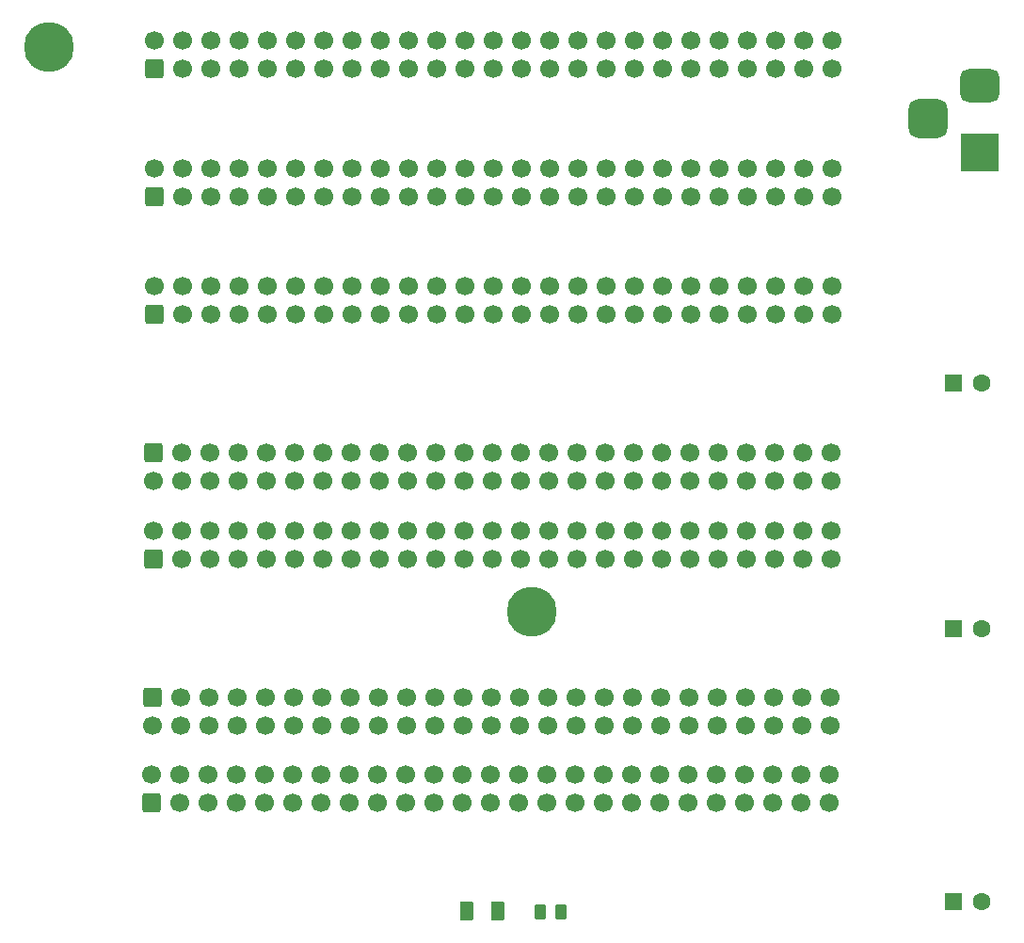
<source format=gbr>
%TF.GenerationSoftware,KiCad,Pcbnew,(6.0.7)*%
%TF.CreationDate,2022-12-21T02:17:17+00:00*%
%TF.ProjectId,CPC464-2MINIDOCK,43504334-3634-42d3-924d-494e49444f43,rev?*%
%TF.SameCoordinates,Original*%
%TF.FileFunction,Soldermask,Top*%
%TF.FilePolarity,Negative*%
%FSLAX46Y46*%
G04 Gerber Fmt 4.6, Leading zero omitted, Abs format (unit mm)*
G04 Created by KiCad (PCBNEW (6.0.7)) date 2022-12-21 02:17:17*
%MOMM*%
%LPD*%
G01*
G04 APERTURE LIST*
G04 Aperture macros list*
%AMRoundRect*
0 Rectangle with rounded corners*
0 $1 Rounding radius*
0 $2 $3 $4 $5 $6 $7 $8 $9 X,Y pos of 4 corners*
0 Add a 4 corners polygon primitive as box body*
4,1,4,$2,$3,$4,$5,$6,$7,$8,$9,$2,$3,0*
0 Add four circle primitives for the rounded corners*
1,1,$1+$1,$2,$3*
1,1,$1+$1,$4,$5*
1,1,$1+$1,$6,$7*
1,1,$1+$1,$8,$9*
0 Add four rect primitives between the rounded corners*
20,1,$1+$1,$2,$3,$4,$5,0*
20,1,$1+$1,$4,$5,$6,$7,0*
20,1,$1+$1,$6,$7,$8,$9,0*
20,1,$1+$1,$8,$9,$2,$3,0*%
G04 Aperture macros list end*
%ADD10R,3.500000X3.500000*%
%ADD11RoundRect,0.750000X-1.000000X0.750000X-1.000000X-0.750000X1.000000X-0.750000X1.000000X0.750000X0*%
%ADD12RoundRect,0.875000X-0.875000X0.875000X-0.875000X-0.875000X0.875000X-0.875000X0.875000X0.875000X0*%
%ADD13R,1.600000X1.600000*%
%ADD14C,1.600000*%
%ADD15RoundRect,0.250000X0.600000X-0.600000X0.600000X0.600000X-0.600000X0.600000X-0.600000X-0.600000X0*%
%ADD16C,1.700000*%
%ADD17RoundRect,0.250000X-0.262500X-0.450000X0.262500X-0.450000X0.262500X0.450000X-0.262500X0.450000X0*%
%ADD18RoundRect,0.250000X-0.375000X-0.625000X0.375000X-0.625000X0.375000X0.625000X-0.375000X0.625000X0*%
%ADD19C,4.500000*%
G04 APERTURE END LIST*
D10*
%TO.C,J1*%
X121988500Y-35438600D03*
D11*
X121988500Y-29438600D03*
D12*
X117288500Y-32438600D03*
%TD*%
D13*
%TO.C,C692*%
X119594600Y-102819200D03*
D14*
X122094600Y-102819200D03*
%TD*%
D13*
%TO.C,C691*%
X119594600Y-78333600D03*
D14*
X122094600Y-78333600D03*
%TD*%
D13*
%TO.C,C690*%
X119594600Y-56184800D03*
D14*
X122094600Y-56184800D03*
%TD*%
D15*
%TO.C,CE696*%
X47498000Y-94000000D03*
D16*
X47498000Y-91460000D03*
X50038000Y-94000000D03*
X50038000Y-91460000D03*
X52578000Y-94000000D03*
X52578000Y-91460000D03*
X55118000Y-94000000D03*
X55118000Y-91460000D03*
X57658000Y-94000000D03*
X57658000Y-91460000D03*
X60198000Y-94000000D03*
X60198000Y-91460000D03*
X62738000Y-94000000D03*
X62738000Y-91460000D03*
X65278000Y-94000000D03*
X65278000Y-91460000D03*
X67818000Y-94000000D03*
X67818000Y-91460000D03*
X70358000Y-94000000D03*
X70358000Y-91460000D03*
X72898000Y-94000000D03*
X72898000Y-91460000D03*
X75438000Y-94000000D03*
X75438000Y-91460000D03*
X77978000Y-94000000D03*
X77978000Y-91460000D03*
X80518000Y-94000000D03*
X80518000Y-91460000D03*
X83058000Y-94000000D03*
X83058000Y-91460000D03*
X85598000Y-94000000D03*
X85598000Y-91460000D03*
X88138000Y-94000000D03*
X88138000Y-91460000D03*
X90678000Y-94000000D03*
X90678000Y-91460000D03*
X93218000Y-94000000D03*
X93218000Y-91460000D03*
X95758000Y-94000000D03*
X95758000Y-91460000D03*
X98298000Y-94000000D03*
X98298000Y-91460000D03*
X100838000Y-94000000D03*
X100838000Y-91460000D03*
X103378000Y-94000000D03*
X103378000Y-91460000D03*
X105918000Y-94000000D03*
X105918000Y-91460000D03*
X108458000Y-94000000D03*
X108458000Y-91460000D03*
%TD*%
D15*
%TO.C,CE695*%
X47523400Y-84460000D03*
D16*
X47523400Y-87000000D03*
X50063400Y-84460000D03*
X50063400Y-87000000D03*
X52603400Y-84460000D03*
X52603400Y-87000000D03*
X55143400Y-84460000D03*
X55143400Y-87000000D03*
X57683400Y-84460000D03*
X57683400Y-87000000D03*
X60223400Y-84460000D03*
X60223400Y-87000000D03*
X62763400Y-84460000D03*
X62763400Y-87000000D03*
X65303400Y-84460000D03*
X65303400Y-87000000D03*
X67843400Y-84460000D03*
X67843400Y-87000000D03*
X70383400Y-84460000D03*
X70383400Y-87000000D03*
X72923400Y-84460000D03*
X72923400Y-87000000D03*
X75463400Y-84460000D03*
X75463400Y-87000000D03*
X78003400Y-84460000D03*
X78003400Y-87000000D03*
X80543400Y-84460000D03*
X80543400Y-87000000D03*
X83083400Y-84460000D03*
X83083400Y-87000000D03*
X85623400Y-84460000D03*
X85623400Y-87000000D03*
X88163400Y-84460000D03*
X88163400Y-87000000D03*
X90703400Y-84460000D03*
X90703400Y-87000000D03*
X93243400Y-84460000D03*
X93243400Y-87000000D03*
X95783400Y-84460000D03*
X95783400Y-87000000D03*
X98323400Y-84460000D03*
X98323400Y-87000000D03*
X100863400Y-84460000D03*
X100863400Y-87000000D03*
X103403400Y-84460000D03*
X103403400Y-87000000D03*
X105943400Y-84460000D03*
X105943400Y-87000000D03*
X108483400Y-84460000D03*
X108483400Y-87000000D03*
%TD*%
%TO.C,CE694*%
X108585000Y-69460000D03*
X108585000Y-72000000D03*
X106045000Y-69460000D03*
X106045000Y-72000000D03*
X103505000Y-69460000D03*
X103505000Y-72000000D03*
X100965000Y-69460000D03*
X100965000Y-72000000D03*
X98425000Y-69460000D03*
X98425000Y-72000000D03*
X95885000Y-69460000D03*
X95885000Y-72000000D03*
X93345000Y-69460000D03*
X93345000Y-72000000D03*
X90805000Y-69460000D03*
X90805000Y-72000000D03*
X88265000Y-69460000D03*
X88265000Y-72000000D03*
X85725000Y-69460000D03*
X85725000Y-72000000D03*
X83185000Y-69460000D03*
X83185000Y-72000000D03*
X80645000Y-69460000D03*
X80645000Y-72000000D03*
X78105000Y-69460000D03*
X78105000Y-72000000D03*
X75565000Y-69460000D03*
X75565000Y-72000000D03*
X73025000Y-69460000D03*
X73025000Y-72000000D03*
X70485000Y-69460000D03*
X70485000Y-72000000D03*
X67945000Y-69460000D03*
X67945000Y-72000000D03*
X65405000Y-69460000D03*
X65405000Y-72000000D03*
X62865000Y-69460000D03*
X62865000Y-72000000D03*
X60325000Y-69460000D03*
X60325000Y-72000000D03*
X57785000Y-69460000D03*
X57785000Y-72000000D03*
X55245000Y-69460000D03*
X55245000Y-72000000D03*
X52705000Y-69460000D03*
X52705000Y-72000000D03*
X50165000Y-69460000D03*
X50165000Y-72000000D03*
X47625000Y-69460000D03*
D15*
X47625000Y-72000000D03*
%TD*%
%TO.C,CE693*%
X47625000Y-62460000D03*
D16*
X47625000Y-65000000D03*
X50165000Y-62460000D03*
X50165000Y-65000000D03*
X52705000Y-62460000D03*
X52705000Y-65000000D03*
X55245000Y-62460000D03*
X55245000Y-65000000D03*
X57785000Y-62460000D03*
X57785000Y-65000000D03*
X60325000Y-62460000D03*
X60325000Y-65000000D03*
X62865000Y-62460000D03*
X62865000Y-65000000D03*
X65405000Y-62460000D03*
X65405000Y-65000000D03*
X67945000Y-62460000D03*
X67945000Y-65000000D03*
X70485000Y-62460000D03*
X70485000Y-65000000D03*
X73025000Y-62460000D03*
X73025000Y-65000000D03*
X75565000Y-62460000D03*
X75565000Y-65000000D03*
X78105000Y-62460000D03*
X78105000Y-65000000D03*
X80645000Y-62460000D03*
X80645000Y-65000000D03*
X83185000Y-62460000D03*
X83185000Y-65000000D03*
X85725000Y-62460000D03*
X85725000Y-65000000D03*
X88265000Y-62460000D03*
X88265000Y-65000000D03*
X90805000Y-62460000D03*
X90805000Y-65000000D03*
X93345000Y-62460000D03*
X93345000Y-65000000D03*
X95885000Y-62460000D03*
X95885000Y-65000000D03*
X98425000Y-62460000D03*
X98425000Y-65000000D03*
X100965000Y-62460000D03*
X100965000Y-65000000D03*
X103505000Y-62460000D03*
X103505000Y-65000000D03*
X106045000Y-62460000D03*
X106045000Y-65000000D03*
X108585000Y-62460000D03*
X108585000Y-65000000D03*
%TD*%
D15*
%TO.C,CE692*%
X47675800Y-50000000D03*
D16*
X47675800Y-47460000D03*
X50215800Y-50000000D03*
X50215800Y-47460000D03*
X52755800Y-50000000D03*
X52755800Y-47460000D03*
X55295800Y-50000000D03*
X55295800Y-47460000D03*
X57835800Y-50000000D03*
X57835800Y-47460000D03*
X60375800Y-50000000D03*
X60375800Y-47460000D03*
X62915800Y-50000000D03*
X62915800Y-47460000D03*
X65455800Y-50000000D03*
X65455800Y-47460000D03*
X67995800Y-50000000D03*
X67995800Y-47460000D03*
X70535800Y-50000000D03*
X70535800Y-47460000D03*
X73075800Y-50000000D03*
X73075800Y-47460000D03*
X75615800Y-50000000D03*
X75615800Y-47460000D03*
X78155800Y-50000000D03*
X78155800Y-47460000D03*
X80695800Y-50000000D03*
X80695800Y-47460000D03*
X83235800Y-50000000D03*
X83235800Y-47460000D03*
X85775800Y-50000000D03*
X85775800Y-47460000D03*
X88315800Y-50000000D03*
X88315800Y-47460000D03*
X90855800Y-50000000D03*
X90855800Y-47460000D03*
X93395800Y-50000000D03*
X93395800Y-47460000D03*
X95935800Y-50000000D03*
X95935800Y-47460000D03*
X98475800Y-50000000D03*
X98475800Y-47460000D03*
X101015800Y-50000000D03*
X101015800Y-47460000D03*
X103555800Y-50000000D03*
X103555800Y-47460000D03*
X106095800Y-50000000D03*
X106095800Y-47460000D03*
X108635800Y-50000000D03*
X108635800Y-47460000D03*
%TD*%
D15*
%TO.C,CE691*%
X47675800Y-39436700D03*
D16*
X47675800Y-36896700D03*
X50215800Y-39436700D03*
X50215800Y-36896700D03*
X52755800Y-39436700D03*
X52755800Y-36896700D03*
X55295800Y-39436700D03*
X55295800Y-36896700D03*
X57835800Y-39436700D03*
X57835800Y-36896700D03*
X60375800Y-39436700D03*
X60375800Y-36896700D03*
X62915800Y-39436700D03*
X62915800Y-36896700D03*
X65455800Y-39436700D03*
X65455800Y-36896700D03*
X67995800Y-39436700D03*
X67995800Y-36896700D03*
X70535800Y-39436700D03*
X70535800Y-36896700D03*
X73075800Y-39436700D03*
X73075800Y-36896700D03*
X75615800Y-39436700D03*
X75615800Y-36896700D03*
X78155800Y-39436700D03*
X78155800Y-36896700D03*
X80695800Y-39436700D03*
X80695800Y-36896700D03*
X83235800Y-39436700D03*
X83235800Y-36896700D03*
X85775800Y-39436700D03*
X85775800Y-36896700D03*
X88315800Y-39436700D03*
X88315800Y-36896700D03*
X90855800Y-39436700D03*
X90855800Y-36896700D03*
X93395800Y-39436700D03*
X93395800Y-36896700D03*
X95935800Y-39436700D03*
X95935800Y-36896700D03*
X98475800Y-39436700D03*
X98475800Y-36896700D03*
X101015800Y-39436700D03*
X101015800Y-36896700D03*
X103555800Y-39436700D03*
X103555800Y-36896700D03*
X106095800Y-39436700D03*
X106095800Y-36896700D03*
X108635800Y-39436700D03*
X108635800Y-36896700D03*
%TD*%
D15*
%TO.C,CE690*%
X47675800Y-27889200D03*
D16*
X47675800Y-25349200D03*
X50215800Y-27889200D03*
X50215800Y-25349200D03*
X52755800Y-27889200D03*
X52755800Y-25349200D03*
X55295800Y-27889200D03*
X55295800Y-25349200D03*
X57835800Y-27889200D03*
X57835800Y-25349200D03*
X60375800Y-27889200D03*
X60375800Y-25349200D03*
X62915800Y-27889200D03*
X62915800Y-25349200D03*
X65455800Y-27889200D03*
X65455800Y-25349200D03*
X67995800Y-27889200D03*
X67995800Y-25349200D03*
X70535800Y-27889200D03*
X70535800Y-25349200D03*
X73075800Y-27889200D03*
X73075800Y-25349200D03*
X75615800Y-27889200D03*
X75615800Y-25349200D03*
X78155800Y-27889200D03*
X78155800Y-25349200D03*
X80695800Y-27889200D03*
X80695800Y-25349200D03*
X83235800Y-27889200D03*
X83235800Y-25349200D03*
X85775800Y-27889200D03*
X85775800Y-25349200D03*
X88315800Y-27889200D03*
X88315800Y-25349200D03*
X90855800Y-27889200D03*
X90855800Y-25349200D03*
X93395800Y-27889200D03*
X93395800Y-25349200D03*
X95935800Y-27889200D03*
X95935800Y-25349200D03*
X98475800Y-27889200D03*
X98475800Y-25349200D03*
X101015800Y-27889200D03*
X101015800Y-25349200D03*
X103555800Y-27889200D03*
X103555800Y-25349200D03*
X106095800Y-27889200D03*
X106095800Y-25349200D03*
X108635800Y-27889200D03*
X108635800Y-25349200D03*
%TD*%
D17*
%TO.C,R690*%
X82428100Y-103767600D03*
X84253100Y-103767600D03*
%TD*%
D18*
%TO.C,D690*%
X75813000Y-103682800D03*
X78613000Y-103682800D03*
%TD*%
D19*
%TO.C,H7*%
X81706800Y-76779200D03*
%TD*%
%TO.C,H1*%
X38272800Y-25979200D03*
%TD*%
M02*

</source>
